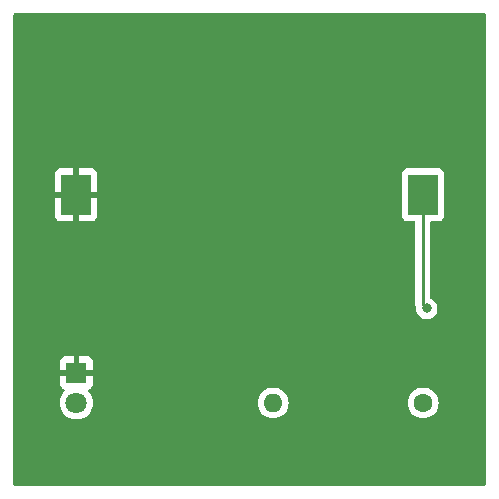
<source format=gbr>
%TF.GenerationSoftware,KiCad,Pcbnew,7.0.7*%
%TF.CreationDate,2023-09-23T00:26:09-07:00*%
%TF.ProjectId,getting-started,67657474-696e-4672-9d73-746172746564,rev?*%
%TF.SameCoordinates,Original*%
%TF.FileFunction,Copper,L2,Bot*%
%TF.FilePolarity,Positive*%
%FSLAX46Y46*%
G04 Gerber Fmt 4.6, Leading zero omitted, Abs format (unit mm)*
G04 Created by KiCad (PCBNEW 7.0.7) date 2023-09-23 00:26:09*
%MOMM*%
%LPD*%
G01*
G04 APERTURE LIST*
%TA.AperFunction,ComponentPad*%
%ADD10R,1.800000X1.800000*%
%TD*%
%TA.AperFunction,ComponentPad*%
%ADD11C,1.800000*%
%TD*%
%TA.AperFunction,ComponentPad*%
%ADD12O,1.600000X1.600000*%
%TD*%
%TA.AperFunction,ComponentPad*%
%ADD13C,1.600000*%
%TD*%
%TA.AperFunction,SMDPad,CuDef*%
%ADD14R,2.540000X3.510000*%
%TD*%
%TA.AperFunction,ViaPad*%
%ADD15C,0.800000*%
%TD*%
%TA.AperFunction,Conductor*%
%ADD16C,0.250000*%
%TD*%
G04 APERTURE END LIST*
D10*
%TO.P,D1,1,K*%
%TO.N,GND*%
X125342173Y-120449143D03*
D11*
%TO.P,D1,2,A*%
%TO.N,/led*%
X125342173Y-122989143D03*
%TD*%
D12*
%TO.P,R1,2*%
%TO.N,/led*%
X142000000Y-123000000D03*
D13*
%TO.P,R1,1*%
%TO.N,VCC*%
X154700000Y-123000000D03*
%TD*%
D14*
%TO.P,BT1,1,+*%
%TO.N,VCC*%
X154665891Y-105355936D03*
%TO.P,BT1,2,-*%
%TO.N,GND*%
X125305891Y-105355936D03*
%TD*%
D15*
%TO.N,VCC*%
X155000000Y-115000000D03*
%TD*%
D16*
%TO.N,VCC*%
X154665891Y-114665891D02*
X155000000Y-115000000D01*
X154665891Y-105355936D02*
X154665891Y-114665891D01*
%TO.N,GND*%
X125305891Y-120412861D02*
X125342173Y-120449143D01*
%TD*%
%TA.AperFunction,Conductor*%
%TO.N,GND*%
G36*
X159942539Y-90020185D02*
G01*
X159988294Y-90072989D01*
X159999500Y-90124500D01*
X159999500Y-129875500D01*
X159979815Y-129942539D01*
X159927011Y-129988294D01*
X159875500Y-129999500D01*
X120124500Y-129999500D01*
X120057461Y-129979815D01*
X120011706Y-129927011D01*
X120000500Y-129875500D01*
X120000500Y-122989149D01*
X123936872Y-122989149D01*
X123956037Y-123220440D01*
X123956039Y-123220451D01*
X124013015Y-123445443D01*
X124106248Y-123657991D01*
X124233189Y-123852290D01*
X124233192Y-123852294D01*
X124233194Y-123852296D01*
X124390389Y-124023056D01*
X124390392Y-124023058D01*
X124390395Y-124023061D01*
X124573538Y-124165607D01*
X124573544Y-124165611D01*
X124573547Y-124165613D01*
X124777670Y-124276079D01*
X124891660Y-124315211D01*
X124997188Y-124351440D01*
X124997190Y-124351440D01*
X124997192Y-124351441D01*
X125226124Y-124389643D01*
X125226125Y-124389643D01*
X125458221Y-124389643D01*
X125458222Y-124389643D01*
X125687154Y-124351441D01*
X125906676Y-124276079D01*
X126110799Y-124165613D01*
X126293957Y-124023056D01*
X126451152Y-123852296D01*
X126578097Y-123657992D01*
X126671330Y-123445443D01*
X126728307Y-123220448D01*
X126746573Y-123000001D01*
X140694532Y-123000001D01*
X140714364Y-123226686D01*
X140714366Y-123226697D01*
X140773258Y-123446488D01*
X140773261Y-123446497D01*
X140869431Y-123652732D01*
X140869432Y-123652734D01*
X140999954Y-123839141D01*
X141160858Y-124000045D01*
X141160861Y-124000047D01*
X141347266Y-124130568D01*
X141553504Y-124226739D01*
X141773308Y-124285635D01*
X141935230Y-124299801D01*
X141999998Y-124305468D01*
X142000000Y-124305468D01*
X142000002Y-124305468D01*
X142056672Y-124300509D01*
X142226692Y-124285635D01*
X142446496Y-124226739D01*
X142652734Y-124130568D01*
X142839139Y-124000047D01*
X143000047Y-123839139D01*
X143130568Y-123652734D01*
X143226739Y-123446496D01*
X143285635Y-123226692D01*
X143305468Y-123000001D01*
X153394532Y-123000001D01*
X153414364Y-123226686D01*
X153414366Y-123226697D01*
X153473258Y-123446488D01*
X153473261Y-123446497D01*
X153569431Y-123652732D01*
X153569432Y-123652734D01*
X153699954Y-123839141D01*
X153860858Y-124000045D01*
X153860861Y-124000047D01*
X154047266Y-124130568D01*
X154253504Y-124226739D01*
X154473308Y-124285635D01*
X154635230Y-124299801D01*
X154699998Y-124305468D01*
X154700000Y-124305468D01*
X154700002Y-124305468D01*
X154756673Y-124300509D01*
X154926692Y-124285635D01*
X155146496Y-124226739D01*
X155352734Y-124130568D01*
X155539139Y-124000047D01*
X155700047Y-123839139D01*
X155830568Y-123652734D01*
X155926739Y-123446496D01*
X155985635Y-123226692D01*
X156005468Y-123000000D01*
X155985635Y-122773308D01*
X155926739Y-122553504D01*
X155830568Y-122347266D01*
X155700047Y-122160861D01*
X155700045Y-122160858D01*
X155539141Y-121999954D01*
X155352734Y-121869432D01*
X155352732Y-121869431D01*
X155146497Y-121773261D01*
X155146488Y-121773258D01*
X154926697Y-121714366D01*
X154926693Y-121714365D01*
X154926692Y-121714365D01*
X154926691Y-121714364D01*
X154926686Y-121714364D01*
X154700002Y-121694532D01*
X154699998Y-121694532D01*
X154473313Y-121714364D01*
X154473302Y-121714366D01*
X154253511Y-121773258D01*
X154253502Y-121773261D01*
X154047267Y-121869431D01*
X154047265Y-121869432D01*
X153860858Y-121999954D01*
X153699954Y-122160858D01*
X153569432Y-122347265D01*
X153569431Y-122347267D01*
X153473261Y-122553502D01*
X153473258Y-122553511D01*
X153414366Y-122773302D01*
X153414364Y-122773313D01*
X153394532Y-122999998D01*
X153394532Y-123000001D01*
X143305468Y-123000001D01*
X143305468Y-123000000D01*
X143285635Y-122773308D01*
X143226739Y-122553504D01*
X143130568Y-122347266D01*
X143000047Y-122160861D01*
X143000045Y-122160858D01*
X142839141Y-121999954D01*
X142652734Y-121869432D01*
X142652732Y-121869431D01*
X142446497Y-121773261D01*
X142446488Y-121773258D01*
X142226697Y-121714366D01*
X142226693Y-121714365D01*
X142226692Y-121714365D01*
X142226691Y-121714364D01*
X142226686Y-121714364D01*
X142000002Y-121694532D01*
X141999998Y-121694532D01*
X141773313Y-121714364D01*
X141773302Y-121714366D01*
X141553511Y-121773258D01*
X141553502Y-121773261D01*
X141347267Y-121869431D01*
X141347265Y-121869432D01*
X141160858Y-121999954D01*
X140999954Y-122160858D01*
X140869432Y-122347265D01*
X140869431Y-122347267D01*
X140773261Y-122553502D01*
X140773258Y-122553511D01*
X140714366Y-122773302D01*
X140714364Y-122773313D01*
X140694532Y-122999998D01*
X140694532Y-123000001D01*
X126746573Y-123000001D01*
X126747473Y-122989143D01*
X126737889Y-122873490D01*
X126728308Y-122757845D01*
X126728306Y-122757834D01*
X126671330Y-122532842D01*
X126578097Y-122320294D01*
X126451154Y-122125992D01*
X126356005Y-122022632D01*
X126325083Y-121959978D01*
X126332943Y-121890552D01*
X126377091Y-121836396D01*
X126403903Y-121822468D01*
X126484257Y-121792498D01*
X126484266Y-121792493D01*
X126599360Y-121706333D01*
X126599363Y-121706330D01*
X126685523Y-121591236D01*
X126685527Y-121591229D01*
X126735769Y-121456522D01*
X126735771Y-121456515D01*
X126742172Y-121396987D01*
X126742173Y-121396970D01*
X126742173Y-120699143D01*
X125902176Y-120699143D01*
X125835137Y-120679458D01*
X125789382Y-120626654D01*
X125779438Y-120557496D01*
X125781285Y-120547551D01*
X125795983Y-120483150D01*
X125795983Y-120483149D01*
X125785152Y-120338611D01*
X125787252Y-120338453D01*
X125790768Y-120281004D01*
X125832063Y-120224644D01*
X125897274Y-120199556D01*
X125907389Y-120199143D01*
X126742173Y-120199143D01*
X126742173Y-119501315D01*
X126742172Y-119501298D01*
X126735771Y-119441770D01*
X126735769Y-119441763D01*
X126685527Y-119307056D01*
X126685523Y-119307049D01*
X126599363Y-119191955D01*
X126599360Y-119191952D01*
X126484266Y-119105792D01*
X126484259Y-119105788D01*
X126349552Y-119055546D01*
X126349545Y-119055544D01*
X126290017Y-119049143D01*
X125592172Y-119049143D01*
X125592172Y-119887321D01*
X125572487Y-119954361D01*
X125519683Y-120000115D01*
X125450525Y-120010059D01*
X125431625Y-120005813D01*
X125410000Y-119999143D01*
X125308449Y-119999143D01*
X125308441Y-119999143D01*
X125234654Y-120010265D01*
X125165429Y-120000792D01*
X125112316Y-119955397D01*
X125092176Y-119888493D01*
X125092173Y-119887650D01*
X125092173Y-119049143D01*
X124394328Y-119049143D01*
X124334800Y-119055544D01*
X124334793Y-119055546D01*
X124200086Y-119105788D01*
X124200079Y-119105792D01*
X124084985Y-119191952D01*
X124084982Y-119191955D01*
X123998822Y-119307049D01*
X123998818Y-119307056D01*
X123948576Y-119441763D01*
X123948574Y-119441770D01*
X123942173Y-119501298D01*
X123942173Y-120199143D01*
X124782170Y-120199143D01*
X124849209Y-120218828D01*
X124894964Y-120271632D01*
X124904908Y-120340790D01*
X124903061Y-120350735D01*
X124888362Y-120415135D01*
X124888362Y-120415136D01*
X124899194Y-120559675D01*
X124897093Y-120559832D01*
X124893578Y-120617282D01*
X124852283Y-120673642D01*
X124787072Y-120698730D01*
X124776957Y-120699143D01*
X123942173Y-120699143D01*
X123942173Y-121396987D01*
X123948574Y-121456515D01*
X123948576Y-121456522D01*
X123998818Y-121591229D01*
X123998822Y-121591236D01*
X124084982Y-121706330D01*
X124084985Y-121706333D01*
X124200079Y-121792493D01*
X124200086Y-121792497D01*
X124280443Y-121822468D01*
X124336377Y-121864339D01*
X124360794Y-121929803D01*
X124345943Y-121998076D01*
X124328341Y-122022632D01*
X124233194Y-122125990D01*
X124233192Y-122125991D01*
X124233189Y-122125996D01*
X124106248Y-122320294D01*
X124013015Y-122532842D01*
X123956039Y-122757834D01*
X123956037Y-122757845D01*
X123936872Y-122989136D01*
X123936872Y-122989149D01*
X120000500Y-122989149D01*
X120000500Y-105605936D01*
X123535891Y-105605936D01*
X123535891Y-107158780D01*
X123542292Y-107218308D01*
X123542294Y-107218315D01*
X123592536Y-107353022D01*
X123592540Y-107353029D01*
X123678700Y-107468123D01*
X123678703Y-107468126D01*
X123793797Y-107554286D01*
X123793804Y-107554290D01*
X123928511Y-107604532D01*
X123928518Y-107604534D01*
X123988046Y-107610935D01*
X123988063Y-107610936D01*
X125055891Y-107610936D01*
X125055891Y-107610935D01*
X125555890Y-107610935D01*
X125555891Y-107610936D01*
X126623719Y-107610936D01*
X126623735Y-107610935D01*
X126683263Y-107604534D01*
X126683270Y-107604532D01*
X126817977Y-107554290D01*
X126817984Y-107554286D01*
X126933078Y-107468126D01*
X126933081Y-107468123D01*
X127019241Y-107353029D01*
X127019245Y-107353022D01*
X127069487Y-107218315D01*
X127069489Y-107218308D01*
X127075887Y-107158806D01*
X152895391Y-107158806D01*
X152895392Y-107158812D01*
X152901799Y-107218419D01*
X152952093Y-107353264D01*
X152952097Y-107353271D01*
X153038343Y-107468480D01*
X153038346Y-107468483D01*
X153153555Y-107554729D01*
X153153562Y-107554733D01*
X153198509Y-107571496D01*
X153288408Y-107605027D01*
X153348018Y-107611436D01*
X153916391Y-107611435D01*
X153983430Y-107631119D01*
X154029185Y-107683923D01*
X154040391Y-107735435D01*
X154040391Y-114583146D01*
X154038666Y-114598763D01*
X154038952Y-114598790D01*
X154038217Y-114606556D01*
X154040391Y-114675705D01*
X154040391Y-114705234D01*
X154040392Y-114705251D01*
X154041259Y-114712122D01*
X154041717Y-114717941D01*
X154043181Y-114764515D01*
X154043182Y-114764518D01*
X154048771Y-114783758D01*
X154052715Y-114802802D01*
X154055227Y-114822682D01*
X154072381Y-114866010D01*
X154074273Y-114871538D01*
X154087271Y-114916278D01*
X154087279Y-114916295D01*
X154087281Y-114916312D01*
X154089449Y-114923772D01*
X154088466Y-114924057D01*
X154096799Y-114978501D01*
X154094540Y-115000000D01*
X154114326Y-115188256D01*
X154114327Y-115188259D01*
X154172818Y-115368277D01*
X154172821Y-115368284D01*
X154267467Y-115532216D01*
X154394128Y-115672887D01*
X154394129Y-115672888D01*
X154547265Y-115784148D01*
X154547270Y-115784151D01*
X154720192Y-115861142D01*
X154720197Y-115861144D01*
X154905354Y-115900500D01*
X154905355Y-115900500D01*
X155094644Y-115900500D01*
X155094646Y-115900500D01*
X155279803Y-115861144D01*
X155452730Y-115784151D01*
X155605871Y-115672888D01*
X155732533Y-115532216D01*
X155827179Y-115368284D01*
X155885674Y-115188256D01*
X155905460Y-115000000D01*
X155885674Y-114811744D01*
X155827179Y-114631716D01*
X155732533Y-114467784D01*
X155605871Y-114327112D01*
X155605870Y-114327111D01*
X155452730Y-114215848D01*
X155364955Y-114176768D01*
X155311718Y-114131518D01*
X155291397Y-114064669D01*
X155291391Y-114063489D01*
X155291391Y-107735435D01*
X155311076Y-107668396D01*
X155363880Y-107622641D01*
X155415391Y-107611435D01*
X155983762Y-107611435D01*
X155983763Y-107611435D01*
X156043374Y-107605027D01*
X156178222Y-107554732D01*
X156293437Y-107468482D01*
X156379687Y-107353267D01*
X156429982Y-107218419D01*
X156436391Y-107158809D01*
X156436390Y-103553064D01*
X156429982Y-103493453D01*
X156379775Y-103358842D01*
X156379688Y-103358607D01*
X156379684Y-103358600D01*
X156293438Y-103243391D01*
X156293435Y-103243388D01*
X156178226Y-103157142D01*
X156178219Y-103157138D01*
X156043373Y-103106844D01*
X156043374Y-103106844D01*
X155983774Y-103100437D01*
X155983772Y-103100436D01*
X155983764Y-103100436D01*
X155983755Y-103100436D01*
X153348020Y-103100436D01*
X153348014Y-103100437D01*
X153288407Y-103106844D01*
X153153562Y-103157138D01*
X153153555Y-103157142D01*
X153038346Y-103243388D01*
X153038343Y-103243391D01*
X152952097Y-103358600D01*
X152952093Y-103358607D01*
X152901799Y-103493453D01*
X152895392Y-103553052D01*
X152895392Y-103553059D01*
X152895391Y-103553071D01*
X152895391Y-107158806D01*
X127075887Y-107158806D01*
X127075890Y-107158780D01*
X127075891Y-107158763D01*
X127075891Y-105605936D01*
X125555891Y-105605936D01*
X125555890Y-107610935D01*
X125055891Y-107610935D01*
X125055891Y-105605936D01*
X123535891Y-105605936D01*
X120000500Y-105605936D01*
X120000500Y-105105935D01*
X123535890Y-105105935D01*
X123535891Y-105105936D01*
X125055891Y-105105936D01*
X125055891Y-105105935D01*
X125555890Y-105105935D01*
X125555891Y-105105936D01*
X127075891Y-105105936D01*
X127075891Y-103553108D01*
X127075890Y-103553091D01*
X127069489Y-103493563D01*
X127069487Y-103493556D01*
X127019245Y-103358849D01*
X127019241Y-103358842D01*
X126933081Y-103243748D01*
X126933078Y-103243745D01*
X126817984Y-103157585D01*
X126817977Y-103157581D01*
X126683270Y-103107339D01*
X126683263Y-103107337D01*
X126623735Y-103100936D01*
X125555891Y-103100936D01*
X125555890Y-105105935D01*
X125055891Y-105105935D01*
X125055891Y-103100936D01*
X123988046Y-103100936D01*
X123928518Y-103107337D01*
X123928511Y-103107339D01*
X123793804Y-103157581D01*
X123793797Y-103157585D01*
X123678703Y-103243745D01*
X123678700Y-103243748D01*
X123592540Y-103358842D01*
X123592536Y-103358849D01*
X123542294Y-103493556D01*
X123542292Y-103493563D01*
X123535891Y-103553091D01*
X123535891Y-103553108D01*
X123535890Y-105105935D01*
X120000500Y-105105935D01*
X120000500Y-90124500D01*
X120020185Y-90057461D01*
X120072989Y-90011706D01*
X120124500Y-90000500D01*
X159875500Y-90000500D01*
X159942539Y-90020185D01*
G37*
%TD.AperFunction*%
%TD*%
M02*

</source>
